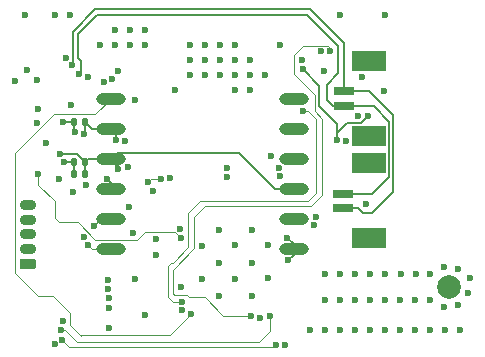
<source format=gbr>
%TF.GenerationSoftware,KiCad,Pcbnew,(6.0.1)*%
%TF.CreationDate,2022-10-07T00:00:46+07:00*%
%TF.ProjectId,rak3172,72616b33-3137-4322-9e6b-696361645f70,rev?*%
%TF.SameCoordinates,Original*%
%TF.FileFunction,Copper,L4,Bot*%
%TF.FilePolarity,Positive*%
%FSLAX46Y46*%
G04 Gerber Fmt 4.6, Leading zero omitted, Abs format (unit mm)*
G04 Created by KiCad (PCBNEW (6.0.1)) date 2022-10-07 00:00:46*
%MOMM*%
%LPD*%
G01*
G04 APERTURE LIST*
G04 Aperture macros list*
%AMRoundRect*
0 Rectangle with rounded corners*
0 $1 Rounding radius*
0 $2 $3 $4 $5 $6 $7 $8 $9 X,Y pos of 4 corners*
0 Add a 4 corners polygon primitive as box body*
4,1,4,$2,$3,$4,$5,$6,$7,$8,$9,$2,$3,0*
0 Add four circle primitives for the rounded corners*
1,1,$1+$1,$2,$3*
1,1,$1+$1,$4,$5*
1,1,$1+$1,$6,$7*
1,1,$1+$1,$8,$9*
0 Add four rect primitives between the rounded corners*
20,1,$1+$1,$2,$3,$4,$5,0*
20,1,$1+$1,$4,$5,$6,$7,0*
20,1,$1+$1,$6,$7,$8,$9,0*
20,1,$1+$1,$8,$9,$2,$3,0*%
G04 Aperture macros list end*
%TA.AperFunction,SMDPad,CuDef*%
%ADD10O,2.500000X1.000000*%
%TD*%
%TA.AperFunction,ComponentPad*%
%ADD11C,2.000000*%
%TD*%
%TA.AperFunction,SMDPad,CuDef*%
%ADD12R,1.800000X0.800000*%
%TD*%
%TA.AperFunction,SMDPad,CuDef*%
%ADD13R,2.900000X1.800000*%
%TD*%
%TA.AperFunction,ComponentPad*%
%ADD14RoundRect,0.225000X0.475000X-0.225000X0.475000X0.225000X-0.475000X0.225000X-0.475000X-0.225000X0*%
%TD*%
%TA.AperFunction,ComponentPad*%
%ADD15O,1.400000X0.900000*%
%TD*%
%TA.AperFunction,SMDPad,CuDef*%
%ADD16RoundRect,0.140000X0.140000X0.170000X-0.140000X0.170000X-0.140000X-0.170000X0.140000X-0.170000X0*%
%TD*%
%TA.AperFunction,ViaPad*%
%ADD17C,0.600000*%
%TD*%
%TA.AperFunction,Conductor*%
%ADD18C,0.101600*%
%TD*%
%TA.AperFunction,Conductor*%
%ADD19C,0.177800*%
%TD*%
%TA.AperFunction,Conductor*%
%ADD20C,0.203200*%
%TD*%
G04 APERTURE END LIST*
D10*
%TO.P,U6,1,RXD1*%
%TO.N,/p_GPS_RX*%
X188750000Y-106350000D03*
%TO.P,U6,2,TXD1*%
%TO.N,/p_GPS_TX*%
X188750000Y-103810000D03*
%TO.P,U6,3,GND*%
%TO.N,GND*%
X188750000Y-101270000D03*
%TO.P,U6,4,VCC*%
%TO.N,/GPS_VDD*%
X188750000Y-98730000D03*
%TO.P,U6,5,V_BCKP*%
%TO.N,+3V3*%
X188750000Y-96190000D03*
%TO.P,U6,6,1PPS*%
%TO.N,1PPS*%
X188750000Y-93650000D03*
%TO.P,U6,7,NC*%
%TO.N,unconnected-(U6-Pad7)*%
X204250000Y-93650000D03*
%TO.P,U6,8,NC*%
%TO.N,unconnected-(U6-Pad8)*%
X204250000Y-96190000D03*
%TO.P,U6,9,NC*%
%TO.N,unconnected-(U6-Pad9)*%
X204250000Y-98730000D03*
%TO.P,U6,10,RESET*%
%TO.N,/GPS_VDD*%
X204250000Y-101270000D03*
%TO.P,U6,11,EX_ANT*%
%TO.N,unconnected-(U6-Pad11)*%
X204250000Y-103810000D03*
%TO.P,U6,12,GND*%
%TO.N,GND*%
X204250000Y-106350000D03*
%TD*%
D11*
%TO.P,ANT1,1,A*%
%TO.N,/ANTENNA*%
X217400000Y-109600000D03*
%TD*%
D12*
%TO.P,BAT2,1,Pin_1*%
%TO.N,-BATT*%
X208437500Y-101650000D03*
%TO.P,BAT2,2,Pin_2*%
%TO.N,+BATT*%
X208437500Y-102900000D03*
D13*
%TO.P,BAT2,M1*%
%TO.N,N/C*%
X210587500Y-99100000D03*
%TO.P,BAT2,M2*%
X210587500Y-105450000D03*
%TD*%
%TO.P,BAT1,M2*%
%TO.N,N/C*%
X210650000Y-96800000D03*
%TO.P,BAT1,M1*%
X210650000Y-90450000D03*
D12*
%TO.P,BAT1,2,Pin_2*%
%TO.N,-BATT*%
X208500000Y-94250000D03*
%TO.P,BAT1,1,Pin_1*%
%TO.N,+BATT*%
X208500000Y-93000000D03*
%TD*%
D14*
%TO.P,DEBUG1,1,Pin_1*%
%TO.N,GND*%
X181725000Y-107600000D03*
D15*
%TO.P,DEBUG1,2,Pin_2*%
%TO.N,SWCLK*%
X181725000Y-106350000D03*
%TO.P,DEBUG1,3,Pin_3*%
%TO.N,SWDIO*%
X181725000Y-105100000D03*
%TO.P,DEBUG1,4,Pin_4*%
%TO.N,NRST*%
X181725000Y-103850000D03*
%TO.P,DEBUG1,5,Pin_5*%
%TO.N,+3V3*%
X181725000Y-102600000D03*
%TD*%
D16*
%TO.P,C27,1*%
%TO.N,+3V3*%
X186600000Y-95600000D03*
%TO.P,C27,2*%
%TO.N,GND*%
X185640000Y-95600000D03*
%TD*%
%TO.P,C29,1*%
%TO.N,/GPS_VDD*%
X186600000Y-99000000D03*
%TO.P,C29,2*%
%TO.N,GND*%
X185640000Y-99000000D03*
%TD*%
%TO.P,C28,1*%
%TO.N,/GPS_VDD*%
X186580000Y-100000000D03*
%TO.P,C28,2*%
%TO.N,GND*%
X185620000Y-100000000D03*
%TD*%
D17*
%TO.N,GND*%
X218370000Y-113210000D03*
X217100000Y-113210000D03*
X215830000Y-113210000D03*
X214560000Y-113210000D03*
X213290000Y-113210000D03*
X212020000Y-113210000D03*
X212020000Y-86540000D03*
X210750000Y-113210000D03*
X209480000Y-113210000D03*
X208210000Y-113210000D03*
X208210000Y-86540000D03*
X206940000Y-113210000D03*
X205670000Y-113210000D03*
X203130000Y-89080000D03*
X201860000Y-91620000D03*
X200590000Y-92890000D03*
X200590000Y-91620000D03*
X200590000Y-90350000D03*
X199320000Y-92890000D03*
X199320000Y-91620000D03*
X199320000Y-90350000D03*
X199320000Y-89080000D03*
X198050000Y-91620000D03*
X198050000Y-90350000D03*
X198050000Y-89080000D03*
X196780000Y-91620000D03*
X196780000Y-90350000D03*
X196780000Y-89080000D03*
X195510000Y-91620000D03*
X195510000Y-90350000D03*
X195510000Y-89080000D03*
X194240000Y-92890000D03*
X191700000Y-111940000D03*
X191700000Y-89080000D03*
X191700000Y-87810000D03*
X190430000Y-89080000D03*
X190430000Y-87810000D03*
X189160000Y-89080000D03*
X189160000Y-87810000D03*
X187890000Y-89080000D03*
X185350000Y-86540000D03*
X184080000Y-86540000D03*
X181540000Y-86540000D03*
X219150000Y-108840000D03*
X218200000Y-108000000D03*
X219020000Y-110100000D03*
X218200000Y-111070000D03*
X216940000Y-107890000D03*
X215820000Y-108500000D03*
X216940000Y-111280000D03*
X210740000Y-108500000D03*
X212010000Y-108500000D03*
X208200000Y-108500000D03*
X209470000Y-108500000D03*
X206930000Y-108500000D03*
X208200000Y-110670000D03*
X210740000Y-110670000D03*
X214550000Y-110670000D03*
X213300000Y-108500000D03*
X214570000Y-108500000D03*
X215820000Y-110670000D03*
X213280000Y-110670000D03*
X212010000Y-110670000D03*
X209470000Y-110670000D03*
X206930000Y-110670000D03*
X182500000Y-95700000D03*
X184960000Y-90190000D03*
X186840000Y-91750000D03*
%TO.N,+BATT*%
X185460000Y-90770000D03*
%TO.N,-BATT*%
X186070000Y-91550000D03*
%TO.N,GND*%
X204975000Y-90375000D03*
%TO.N,+3V3*%
X205000000Y-91125000D03*
%TO.N,GND*%
X206550000Y-89625000D03*
X210025000Y-91775000D03*
%TO.N,IMU_INT1*%
X207350000Y-89625000D03*
%TO.N,+3V3*%
X210500000Y-95100000D03*
X207900000Y-97100000D03*
X189200000Y-97100000D03*
X186500000Y-96600000D03*
%TO.N,GND*%
X203800000Y-107300000D03*
X185720000Y-96470000D03*
X190800000Y-108900000D03*
X186500000Y-105300000D03*
X188500000Y-109700000D03*
X206150000Y-103600000D03*
X196500000Y-106100000D03*
X197900000Y-104700000D03*
X192300000Y-101400000D03*
X188600000Y-113000000D03*
X183300000Y-97400000D03*
X206780000Y-91300000D03*
X193800000Y-100300000D03*
X192620000Y-105490000D03*
X206000000Y-104350000D03*
X202100000Y-106000000D03*
X186670000Y-100900000D03*
X188400000Y-100400000D03*
X185540000Y-101510000D03*
X190830000Y-93760000D03*
X180660000Y-92150000D03*
X188855730Y-91949240D03*
X181630000Y-91210000D03*
X201400000Y-112170000D03*
X184360000Y-100390000D03*
X198630000Y-100250000D03*
X184730000Y-112460000D03*
X209700000Y-95100000D03*
X202350000Y-98440000D03*
X190620000Y-105000000D03*
X203510000Y-114460000D03*
X203000000Y-99500000D03*
X184750000Y-95610000D03*
X200700000Y-104700000D03*
X198560000Y-99450000D03*
X199300000Y-106000000D03*
X210400000Y-102500000D03*
X200700000Y-110300000D03*
X185420000Y-94120000D03*
X190000000Y-97200000D03*
X190200000Y-99400000D03*
X189400000Y-91300000D03*
X208700000Y-97200000D03*
X197900000Y-110300000D03*
X192610000Y-106830000D03*
X194800000Y-111550000D03*
X211900000Y-93000000D03*
X182540000Y-92050000D03*
X184018273Y-114409609D03*
X203100000Y-100200000D03*
X200700000Y-107500000D03*
X196500000Y-108900000D03*
X199300000Y-108900000D03*
X194650000Y-104650000D03*
X197900000Y-107500000D03*
X188210000Y-92230000D03*
X190300000Y-102800000D03*
X202100000Y-108800000D03*
X184800000Y-99000000D03*
X188600000Y-111300000D03*
X194670000Y-109600000D03*
X188500000Y-109000000D03*
X182560000Y-94470000D03*
X203700000Y-105400000D03*
X188600000Y-110500000D03*
%TO.N,/GPS_VDD*%
X189400000Y-99600000D03*
X184500000Y-98300000D03*
%TO.N,CBR_SW*%
X182610000Y-99970000D03*
X194700000Y-105400000D03*
%TO.N,/p_GPS_TX*%
X187300000Y-104400000D03*
%TO.N,/p_GPS_RX*%
X186800000Y-106000000D03*
%TO.N,Gate_GPS*%
X193000000Y-100400000D03*
X191900000Y-100700000D03*
%TO.N,Net-(TP1-Pad1)*%
X184640000Y-114030000D03*
X202780000Y-114470000D03*
%TO.N,Net-(TP2-Pad1)*%
X202250000Y-112050000D03*
X184580000Y-113230000D03*
%TO.N,IMU_INT2*%
X205050000Y-94650000D03*
X194800000Y-110800000D03*
%TO.N,1PPS*%
X195550000Y-111850000D03*
%TO.N,IMU_INT1*%
X200600000Y-112000000D03*
%TD*%
D18*
%TO.N,1PPS*%
X187450000Y-94950000D02*
X188750000Y-93650000D01*
X183950000Y-94950000D02*
X187450000Y-94950000D01*
X180660000Y-98240000D02*
X183950000Y-94950000D01*
X180660000Y-108360000D02*
X180660000Y-98240000D01*
X186200000Y-113700000D02*
X185300000Y-112800000D01*
X185300000Y-112800000D02*
X185300000Y-111750000D01*
X185300000Y-111750000D02*
X183850000Y-110300000D01*
X186250000Y-113650000D02*
X186200000Y-113700000D01*
X193750000Y-113650000D02*
X186250000Y-113650000D01*
X183850000Y-110300000D02*
X182600000Y-110300000D01*
X182600000Y-110300000D02*
X180660000Y-108360000D01*
X195550000Y-111850000D02*
X193750000Y-113650000D01*
D19*
%TO.N,-BATT*%
X186210000Y-91410000D02*
X186070000Y-91550000D01*
X186210000Y-90430000D02*
X186210000Y-91410000D01*
X185970000Y-90190000D02*
X186210000Y-90430000D01*
X185970000Y-88160000D02*
X185970000Y-90190000D01*
X187590000Y-86540000D02*
X185970000Y-88160000D01*
X205390000Y-86540000D02*
X187590000Y-86540000D01*
X208020000Y-89170000D02*
X205390000Y-86540000D01*
X208020000Y-91480000D02*
X208020000Y-89170000D01*
X207060000Y-92440000D02*
X208020000Y-91480000D01*
X207060000Y-93700000D02*
X207060000Y-92440000D01*
X207610000Y-94250000D02*
X207060000Y-93700000D01*
X208500000Y-94250000D02*
X207610000Y-94250000D01*
%TO.N,+BATT*%
X185540000Y-90690000D02*
X185460000Y-90770000D01*
X185540000Y-87970000D02*
X185540000Y-90690000D01*
X187460000Y-86050000D02*
X185540000Y-87970000D01*
X208500000Y-93000000D02*
X208500000Y-88900000D01*
X208500000Y-88900000D02*
X205650000Y-86050000D01*
X205650000Y-86050000D02*
X187460000Y-86050000D01*
X210640000Y-93000000D02*
X208500000Y-93000000D01*
X212660000Y-95020000D02*
X210640000Y-93000000D01*
X210900000Y-103300000D02*
X212660000Y-101540000D01*
X212660000Y-101540000D02*
X212660000Y-95020000D01*
X210120000Y-103300000D02*
X210900000Y-103300000D01*
X209720000Y-102900000D02*
X210120000Y-103300000D01*
X208437500Y-102900000D02*
X209720000Y-102900000D01*
%TO.N,-BATT*%
X211010000Y-94250000D02*
X208500000Y-94250000D01*
X212330000Y-100220000D02*
X212330000Y-95570000D01*
X210900000Y-101650000D02*
X212330000Y-100220000D01*
X208437500Y-101650000D02*
X210900000Y-101650000D01*
X212330000Y-95570000D02*
X211010000Y-94250000D01*
D18*
%TO.N,IMU_INT1*%
X198300000Y-112000000D02*
X200600000Y-112000000D01*
X196700000Y-110400000D02*
X198300000Y-112000000D01*
X195200000Y-110200000D02*
X195400000Y-110400000D01*
X194100000Y-110200000D02*
X195200000Y-110200000D01*
X194000000Y-110100000D02*
X194100000Y-110200000D01*
X194000000Y-108100000D02*
X194000000Y-110100000D01*
X195800000Y-106300000D02*
X194000000Y-108100000D01*
X195800000Y-103600000D02*
X195800000Y-106300000D01*
X196700000Y-102700000D02*
X195800000Y-103600000D01*
X205700000Y-102700000D02*
X196700000Y-102700000D01*
X206650000Y-101750000D02*
X205700000Y-102700000D01*
X206650000Y-95300000D02*
X206650000Y-101750000D01*
X206025000Y-94675000D02*
X206650000Y-95300000D01*
X206025000Y-93275000D02*
X206025000Y-94675000D01*
X204275000Y-91525000D02*
X206025000Y-93275000D01*
X195400000Y-110400000D02*
X196700000Y-110400000D01*
X204275000Y-89925000D02*
X204275000Y-91525000D01*
X205075000Y-89125000D02*
X204275000Y-89925000D01*
X207125000Y-89125000D02*
X205075000Y-89125000D01*
X207350000Y-89350000D02*
X207125000Y-89125000D01*
X207350000Y-89625000D02*
X207350000Y-89350000D01*
D20*
%TO.N,+3V3*%
X206400000Y-92725000D02*
X206400000Y-92525000D01*
X206400000Y-92525000D02*
X205000000Y-91125000D01*
X206400000Y-94225000D02*
X206400000Y-92725000D01*
X207900000Y-95725000D02*
X206400000Y-94225000D01*
X207900000Y-96500000D02*
X207900000Y-95725000D01*
X209950000Y-95650000D02*
X210500000Y-95100000D01*
X208750000Y-95650000D02*
X209950000Y-95650000D01*
X207900000Y-96500000D02*
X208750000Y-95650000D01*
X207900000Y-97100000D02*
X207900000Y-96500000D01*
X189200000Y-97100000D02*
X189200000Y-96640000D01*
X187190000Y-96190000D02*
X188750000Y-96190000D01*
X186600000Y-96500000D02*
X186500000Y-96600000D01*
X189200000Y-96640000D02*
X188750000Y-96190000D01*
X186600000Y-95600000D02*
X187190000Y-96190000D01*
X186600000Y-95600000D02*
X186600000Y-96500000D01*
%TO.N,GND*%
X185640000Y-99000000D02*
X184800000Y-99000000D01*
X185640000Y-95600000D02*
X185640000Y-96390000D01*
X188750000Y-100750000D02*
X188750000Y-100770000D01*
X185640000Y-99000000D02*
X185640000Y-99980000D01*
X204250000Y-106850000D02*
X203800000Y-107300000D01*
X184760000Y-95600000D02*
X184750000Y-95610000D01*
X204250000Y-105950000D02*
X204250000Y-106850000D01*
X188400000Y-100400000D02*
X188750000Y-100750000D01*
X203700000Y-105400000D02*
X204250000Y-105950000D01*
X185640000Y-99980000D02*
X185620000Y-100000000D01*
X185640000Y-96390000D02*
X185720000Y-96470000D01*
X185640000Y-95600000D02*
X184760000Y-95600000D01*
%TO.N,/GPS_VDD*%
X184500000Y-98300000D02*
X185900000Y-98300000D01*
X189400000Y-99200000D02*
X189400000Y-99600000D01*
X188750000Y-98550000D02*
X189400000Y-99200000D01*
X199630000Y-98230000D02*
X202670000Y-101270000D01*
X186600000Y-99000000D02*
X186870000Y-98730000D01*
X186870000Y-98730000D02*
X188750000Y-98730000D01*
X189400000Y-99380000D02*
X188750000Y-98730000D01*
X189400000Y-99600000D02*
X189400000Y-99380000D01*
X185900000Y-98300000D02*
X186600000Y-99000000D01*
X188750000Y-98730000D02*
X189250000Y-98230000D01*
X189250000Y-98230000D02*
X199630000Y-98230000D01*
X186580000Y-100000000D02*
X186580000Y-99020000D01*
X202670000Y-101270000D02*
X204250000Y-101270000D01*
X186580000Y-99020000D02*
X186600000Y-99000000D01*
D18*
%TO.N,CBR_SW*%
X191650000Y-104900000D02*
X194200000Y-104900000D01*
X184350000Y-104050000D02*
X185950000Y-104050000D01*
X182610000Y-100910000D02*
X184000000Y-102300000D01*
X190898089Y-105548089D02*
X190950000Y-105600000D01*
X184000000Y-102300000D02*
X184000000Y-103700000D01*
X187448089Y-105548089D02*
X190898089Y-105548089D01*
X190950000Y-105600000D02*
X191650000Y-104900000D01*
X184000000Y-103700000D02*
X184350000Y-104050000D01*
X194200000Y-104900000D02*
X194700000Y-105400000D01*
X185950000Y-104050000D02*
X187448089Y-105548089D01*
X182610000Y-99970000D02*
X182610000Y-100910000D01*
%TO.N,/p_GPS_TX*%
X187300000Y-104400000D02*
X187890000Y-103810000D01*
X187890000Y-103810000D02*
X188750000Y-103810000D01*
%TO.N,/p_GPS_RX*%
X187150000Y-106350000D02*
X188750000Y-106350000D01*
X186800000Y-106000000D02*
X187150000Y-106350000D01*
%TO.N,Gate_GPS*%
X191900000Y-100700000D02*
X192200000Y-100400000D01*
X192200000Y-100400000D02*
X193000000Y-100400000D01*
%TO.N,Net-(TP1-Pad1)*%
X202780000Y-114470000D02*
X202600000Y-114650000D01*
X201700000Y-114650000D02*
X185260000Y-114650000D01*
X185260000Y-114650000D02*
X184640000Y-114030000D01*
X202600000Y-114650000D02*
X201700000Y-114650000D01*
%TO.N,Net-(TP2-Pad1)*%
X184580000Y-113230000D02*
X184900000Y-113230000D01*
X185890000Y-114220000D02*
X201280000Y-114220000D01*
X202250000Y-113250000D02*
X202250000Y-112050000D01*
X184900000Y-113230000D02*
X185890000Y-114220000D01*
X201280000Y-114220000D02*
X202250000Y-113250000D01*
%TO.N,IMU_INT2*%
X206100000Y-101600000D02*
X206100000Y-95300000D01*
X193900000Y-107500000D02*
X194000000Y-107500000D01*
X194000000Y-107500000D02*
X195300000Y-106200000D01*
X205450000Y-102250000D02*
X206100000Y-101600000D01*
X194000000Y-110800000D02*
X193600000Y-110400000D01*
X194800000Y-110800000D02*
X194000000Y-110800000D01*
X195300000Y-106200000D02*
X195300000Y-103300000D01*
X196350000Y-102250000D02*
X205450000Y-102250000D01*
X193600000Y-110400000D02*
X193600000Y-107800000D01*
X206100000Y-95300000D02*
X205450000Y-94650000D01*
X193600000Y-107800000D02*
X193900000Y-107500000D01*
X195300000Y-103300000D02*
X196350000Y-102250000D01*
X205450000Y-94650000D02*
X205050000Y-94650000D01*
%TD*%
M02*

</source>
